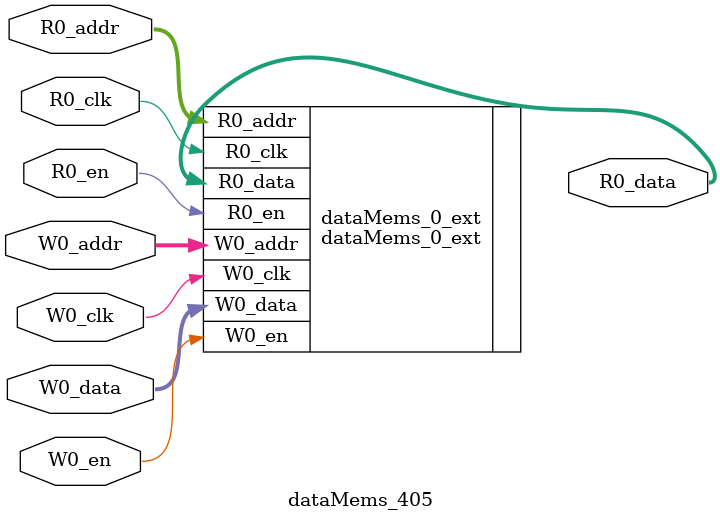
<source format=sv>
`ifndef RANDOMIZE
  `ifdef RANDOMIZE_REG_INIT
    `define RANDOMIZE
  `endif // RANDOMIZE_REG_INIT
`endif // not def RANDOMIZE
`ifndef RANDOMIZE
  `ifdef RANDOMIZE_MEM_INIT
    `define RANDOMIZE
  `endif // RANDOMIZE_MEM_INIT
`endif // not def RANDOMIZE

`ifndef RANDOM
  `define RANDOM $random
`endif // not def RANDOM

// Users can define 'PRINTF_COND' to add an extra gate to prints.
`ifndef PRINTF_COND_
  `ifdef PRINTF_COND
    `define PRINTF_COND_ (`PRINTF_COND)
  `else  // PRINTF_COND
    `define PRINTF_COND_ 1
  `endif // PRINTF_COND
`endif // not def PRINTF_COND_

// Users can define 'ASSERT_VERBOSE_COND' to add an extra gate to assert error printing.
`ifndef ASSERT_VERBOSE_COND_
  `ifdef ASSERT_VERBOSE_COND
    `define ASSERT_VERBOSE_COND_ (`ASSERT_VERBOSE_COND)
  `else  // ASSERT_VERBOSE_COND
    `define ASSERT_VERBOSE_COND_ 1
  `endif // ASSERT_VERBOSE_COND
`endif // not def ASSERT_VERBOSE_COND_

// Users can define 'STOP_COND' to add an extra gate to stop conditions.
`ifndef STOP_COND_
  `ifdef STOP_COND
    `define STOP_COND_ (`STOP_COND)
  `else  // STOP_COND
    `define STOP_COND_ 1
  `endif // STOP_COND
`endif // not def STOP_COND_

// Users can define INIT_RANDOM as general code that gets injected into the
// initializer block for modules with registers.
`ifndef INIT_RANDOM
  `define INIT_RANDOM
`endif // not def INIT_RANDOM

// If using random initialization, you can also define RANDOMIZE_DELAY to
// customize the delay used, otherwise 0.002 is used.
`ifndef RANDOMIZE_DELAY
  `define RANDOMIZE_DELAY 0.002
`endif // not def RANDOMIZE_DELAY

// Define INIT_RANDOM_PROLOG_ for use in our modules below.
`ifndef INIT_RANDOM_PROLOG_
  `ifdef RANDOMIZE
    `ifdef VERILATOR
      `define INIT_RANDOM_PROLOG_ `INIT_RANDOM
    `else  // VERILATOR
      `define INIT_RANDOM_PROLOG_ `INIT_RANDOM #`RANDOMIZE_DELAY begin end
    `endif // VERILATOR
  `else  // RANDOMIZE
    `define INIT_RANDOM_PROLOG_
  `endif // RANDOMIZE
`endif // not def INIT_RANDOM_PROLOG_

// Include register initializers in init blocks unless synthesis is set
`ifndef SYNTHESIS
  `ifndef ENABLE_INITIAL_REG_
    `define ENABLE_INITIAL_REG_
  `endif // not def ENABLE_INITIAL_REG_
`endif // not def SYNTHESIS

// Include rmemory initializers in init blocks unless synthesis is set
`ifndef SYNTHESIS
  `ifndef ENABLE_INITIAL_MEM_
    `define ENABLE_INITIAL_MEM_
  `endif // not def ENABLE_INITIAL_MEM_
`endif // not def SYNTHESIS

module dataMems_405(	// @[generators/ara/src/main/scala/UnsafeAXI4ToTL.scala:365:62]
  input  [4:0]  R0_addr,
  input         R0_en,
  input         R0_clk,
  output [66:0] R0_data,
  input  [4:0]  W0_addr,
  input         W0_en,
  input         W0_clk,
  input  [66:0] W0_data
);

  dataMems_0_ext dataMems_0_ext (	// @[generators/ara/src/main/scala/UnsafeAXI4ToTL.scala:365:62]
    .R0_addr (R0_addr),
    .R0_en   (R0_en),
    .R0_clk  (R0_clk),
    .R0_data (R0_data),
    .W0_addr (W0_addr),
    .W0_en   (W0_en),
    .W0_clk  (W0_clk),
    .W0_data (W0_data)
  );
endmodule


</source>
